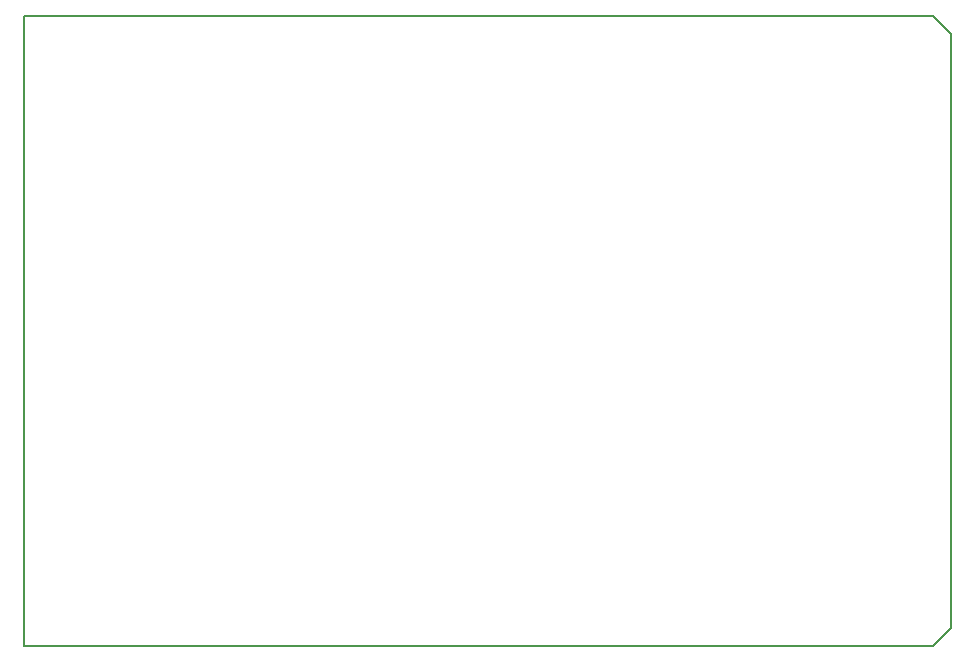
<source format=gbr>
G04 #@! TF.GenerationSoftware,KiCad,Pcbnew,(5.0.2)-1*
G04 #@! TF.CreationDate,2019-05-25T19:55:33-02:30*
G04 #@! TF.ProjectId,ControllerPCB,436f6e74-726f-46c6-9c65-725043422e6b,rev?*
G04 #@! TF.SameCoordinates,Original*
G04 #@! TF.FileFunction,Profile,NP*
%FSLAX46Y46*%
G04 Gerber Fmt 4.6, Leading zero omitted, Abs format (unit mm)*
G04 Created by KiCad (PCBNEW (5.0.2)-1) date 5/25/2019 7:55:33 PM*
%MOMM*%
%LPD*%
G01*
G04 APERTURE LIST*
%ADD10C,0.150000*%
G04 APERTURE END LIST*
D10*
X189484000Y-74549000D02*
X189484000Y-124841000D01*
X175514000Y-73025000D02*
X187960000Y-73025000D01*
X189484000Y-74549000D02*
X187960000Y-73025000D01*
X187960000Y-126365000D02*
X189484000Y-124841000D01*
X110998000Y-126365000D02*
X187960000Y-126365000D01*
X110998000Y-73025000D02*
X110998000Y-126365000D01*
X175514000Y-73025000D02*
X110998000Y-73025000D01*
M02*

</source>
